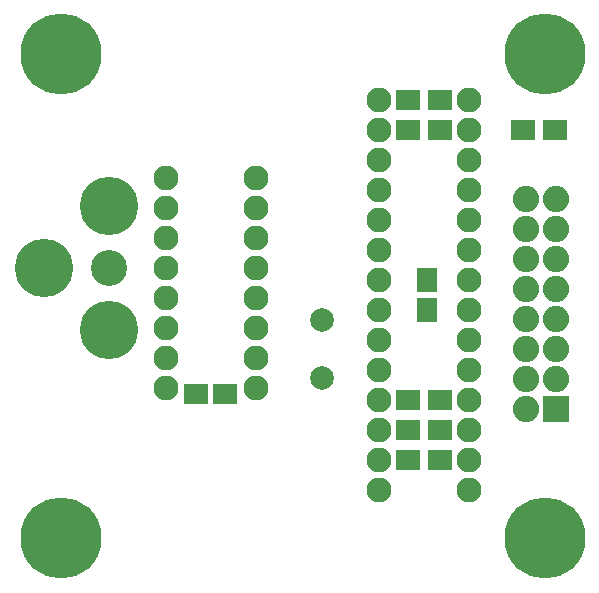
<source format=gbs>
G04 #@! TF.FileFunction,Soldermask,Bot*
%FSLAX46Y46*%
G04 Gerber Fmt 4.6, Leading zero omitted, Abs format (unit mm)*
G04 Created by KiCad (PCBNEW (after 2015-mar-04 BZR unknown)-product) date 11/11/2016 2:11:17 PM*
%MOMM*%
G01*
G04 APERTURE LIST*
%ADD10C,0.150000*%
%ADD11C,6.858000*%
%ADD12R,2.235200X2.235200*%
%ADD13O,2.235200X2.235200*%
%ADD14O,2.108000X2.108000*%
%ADD15C,2.009140*%
%ADD16C,4.953000*%
%ADD17C,3.048000*%
%ADD18R,2.008000X1.808000*%
%ADD19R,1.758000X2.008000*%
%ADD20R,2.008000X1.758000*%
G04 APERTURE END LIST*
D10*
D11*
X200000000Y-125000000D03*
X159000000Y-125000000D03*
X200000000Y-84000000D03*
X159000000Y-84000000D03*
D12*
X200914000Y-114046000D03*
D13*
X198374000Y-114046000D03*
X200914000Y-111506000D03*
X198374000Y-111506000D03*
X200914000Y-108966000D03*
X198374000Y-108966000D03*
X200914000Y-106426000D03*
X198374000Y-106426000D03*
X200914000Y-103886000D03*
X198374000Y-103886000D03*
X200914000Y-101346000D03*
X198374000Y-101346000D03*
X200914000Y-98806000D03*
X198374000Y-98806000D03*
X200914000Y-96266000D03*
X198374000Y-96266000D03*
D14*
X185928000Y-87884000D03*
X185928000Y-90424000D03*
X185928000Y-92964000D03*
X185928000Y-95504000D03*
X185928000Y-98044000D03*
X185928000Y-100584000D03*
X185928000Y-103124000D03*
X185928000Y-105664000D03*
X185928000Y-108204000D03*
X185928000Y-110744000D03*
X185928000Y-113284000D03*
X185928000Y-115824000D03*
X185928000Y-118364000D03*
X185928000Y-120904000D03*
X193548000Y-120904000D03*
X193548000Y-118364000D03*
X193548000Y-115824000D03*
X193548000Y-113284000D03*
X193548000Y-110744000D03*
X193548000Y-108204000D03*
X193548000Y-105664000D03*
X193548000Y-103124000D03*
X193548000Y-100584000D03*
X193548000Y-98044000D03*
X193548000Y-95504000D03*
X193548000Y-92964000D03*
X193548000Y-90424000D03*
X193548000Y-87884000D03*
X167894000Y-94488000D03*
X167894000Y-97028000D03*
X167894000Y-99568000D03*
X167894000Y-102108000D03*
X167894000Y-104648000D03*
X167894000Y-107188000D03*
X167894000Y-109728000D03*
X167894000Y-112268000D03*
X175514000Y-112268000D03*
X175514000Y-109728000D03*
X175514000Y-107188000D03*
X175514000Y-104648000D03*
X175514000Y-102108000D03*
X175514000Y-99568000D03*
X175514000Y-97028000D03*
X175514000Y-94488000D03*
D15*
X181102000Y-111406940D03*
X181102000Y-106525060D03*
D16*
X157556200Y-102108000D03*
X163068000Y-107353100D03*
X163068000Y-96862900D03*
D17*
X163068000Y-102108000D03*
D18*
X188388000Y-113284000D03*
X191088000Y-113284000D03*
X188388000Y-115824000D03*
X191088000Y-115824000D03*
X188388000Y-118364000D03*
X191088000Y-118364000D03*
X191088000Y-90424000D03*
X188388000Y-90424000D03*
X188388000Y-87884000D03*
X191088000Y-87884000D03*
D19*
X189992000Y-103144000D03*
X189992000Y-105644000D03*
D20*
X172954000Y-112776000D03*
X170454000Y-112776000D03*
D18*
X200867000Y-90424000D03*
X198167000Y-90424000D03*
M02*

</source>
